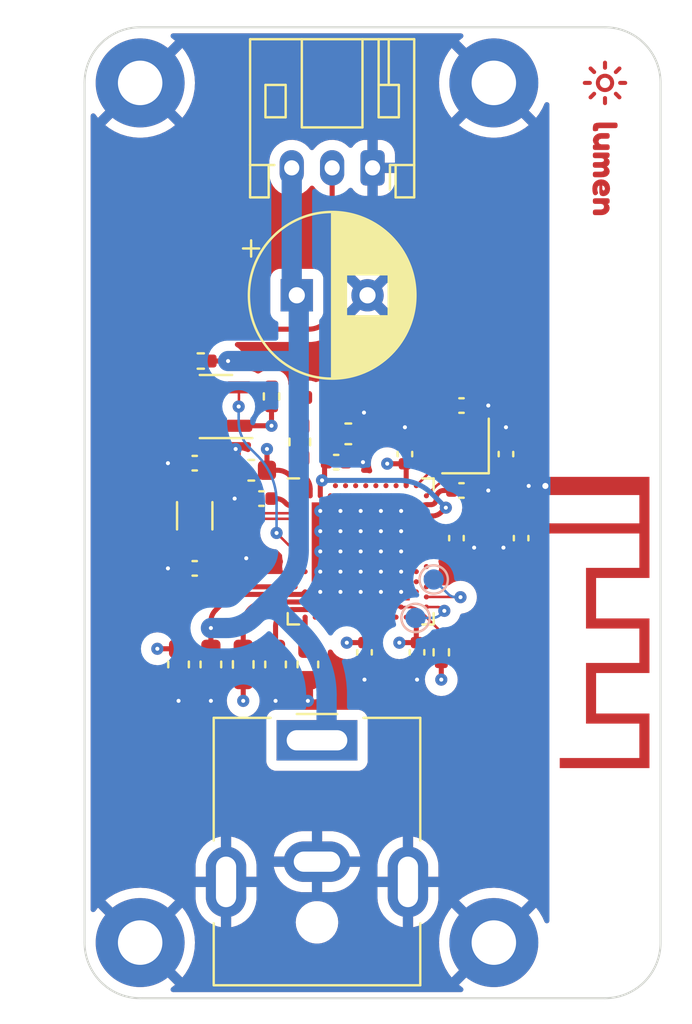
<source format=kicad_pcb>
(kicad_pcb (version 20221018) (generator pcbnew)
  (layers (0 "F.Cu" mixed) (1 "In1.Cu" power) (2 "In2.Cu" power) (31 "B.Cu" mixed) (34 "B.Paste" user) (35 "F.Paste" user) (36 "B.SilkS" user "B.Silkscreen") (37 "F.SilkS" user "F.Silkscreen") (38 "B.Mask" user) (39 "F.Mask" user) (44 "Edge.Cuts" user))
  (net 0 "")
  (net 1 "Net-(AE1-A)")
  (net 2 "GND")
  (net 3 "Net-(U1-XC1)")
  (net 4 "Net-(U1-XC2)")
  (net 5 "Net-(U1-ANT)")
  (net 6 "Net-(U1-XL1{slash}P0.00)")
  (net 7 "Net-(U1-XL2{slash}P0.01)")
  (net 8 "VBUS")
  (net 9 "VDD")
  (net 10 "+5V")
  (net 11 "Net-(L3-Pad2)")
  (net 12 "Net-(J2-Pin_2)")
  (net 52 "/NRF/~{RESET}")
  (net 53 "/NRF/DEC46")
  (net 54 "/NRF/DECUSB")
  (net 55 "/NRF/DEC1")
  (net 56 "/NRF/DEC3")
  (net 57 "/NRF/SWDIO")
  (net 58 "/NRF/SWDCLK")
  (net 59 "/NRF/DCCH")
  (net 60 "/NRF/DCC")
  (net 64 "/NRF/DOUT")
  (footprint "Inductor_SMD:L_0603_1608Metric" (layer "F.Cu") (at 147.1 94.75 -90)
    (fp_text reference "L2")
    (fp_text value "10µH")
  )
  (footprint "Resistor_SMD:R_0402_1005Metric" (layer "F.Cu") (at 148.5 81.5 90)
    (fp_text reference "R2")
    (fp_text value "10kΩ")
  )
  (footprint "Capacitor_SMD:C_0402_1005Metric" (layer "F.Cu") (at 157.65 88.505 -90)
    (fp_text reference "C5")
    (fp_text value "0.8pF")
  )
  (footprint "Crystal:Crystal_SMD_2016-4Pin_2.0x1.6mm" (layer "F.Cu") (at 158.1 83.95 90)
    (fp_text reference "Y1")
    (fp_text value "32MHz")
  )
  (footprint "Capacitor_SMD:C_0603_1608Metric" (layer "F.Cu") (at 143.9 94.75 -90)
    (fp_text reference "C9")
    (fp_text value "4.7µF")
  )
  (footprint "Capacitor_SMD:C_0603_1608Metric" (layer "F.Cu") (at 147.5 85.15 180)
    (fp_text reference "C11")
    (fp_text value "1µF")
  )
  (footprint "Capacitor_SMD:C_0603_1608Metric" (layer "F.Cu") (at 148.7 94.75 -90)
    (fp_text reference "C13")
    (fp_text value "4.7µF")
  )
  (footprint "Resistor_SMD:R_0402_1005Metric" (layer "F.Cu") (at 145 79.75 180)
    (fp_text reference "R3")
    (fp_text value "10kΩ")
  )
  (footprint "Capacitor_SMD:C_0402_1005Metric" (layer "F.Cu") (at 160.85 88.505 -90)
    (fp_text reference "C3")
    (fp_text value "0.5pF")
  )
  (footprint "Package_TO_SOT_SMD:SOT-23-3" (layer "F.Cu") (at 145.75 82 180)
    (fp_text reference "Q1")
    (fp_text value "BSS138")
  )
  (footprint "Inductor_SMD:L_0402_1005Metric" (layer "F.Cu") (at 150.7 81.55)
    (fp_text reference "L4")
    (fp_text value "15nH")
  )
  (footprint "Crystal:Crystal_SMD_3215-2Pin_3.2x1.5mm" (layer "F.Cu") (at 144.7 87.4 -90)
    (fp_text reference "Y2")
    (fp_text value "32.768kHz")
  )
  (footprint "Capacitor_SMD:C_0603_1608Metric" (layer "F.Cu") (at 150.3 94.75 -90)
    (fp_text reference "C8")
    (fp_text value "4.7µF")
  )
  (footprint "Capacitor_SMD:C_0402_1005Metric" (layer "F.Cu") (at 144.7 90 180)
    (fp_text reference "C7")
    (fp_text value "9pF")
  )
  (footprint "Inductor_SMD:L_0603_1608Metric" (layer "F.Cu") (at 149.9 83.75 90)
    (fp_text reference "L3")
    (fp_text value "10µH")
  )
  (footprint "Capacitor_SMD:C_0603_1608Metric" (layer "F.Cu") (at 152.3 83.35)
    (fp_text reference "C12")
    (fp_text value "1µF")
  )
  (footprint "Capacitor_SMD:C_0402_1005Metric" (layer "F.Cu") (at 153.1 94.15 -90)
    (fp_text reference "C19")
    (fp_text value "100nF")
  )
  (footprint "MountingHole:MountingHole_2.2mm_M2_Pad" (layer "F.Cu") (at 159.5 108.5)
    (fp_text reference "H4")
    (fp_text value "MountingHole_Pad")
  )
  (footprint "Capacitor_SMD:C_0402_1005Metric" (layer "F.Cu") (at 155.1 84.35 90)
    (fp_text reference "C17")
    (fp_text value "100nF")
  )
  (footprint "Capacitor_THT:CP_Radial_D8.0mm_P3.50mm" (layer "F.Cu") (at 149.75 76.5)
    (fp_text reference "C4")
    (fp_text value "1000µF")
  )
  (footprint "Capacitor_SMD:C_0603_1608Metric" (layer "F.Cu") (at 145.5 94.75 -90)
    (fp_text reference "C10")
    (fp_text value "4.7µF")
  )
  (footprint "kibuzzard-64861007" (layer "F.Cu") (at 141.5 87.25 -90)
    (fp_text reference "kibuzzard-64861007" hide)
    (fp_text value "G***" hide)
  )
  (footprint "Inductor_SMD:L_0402_1005Metric" (layer "F.Cu") (at 159.25 88.025 180)
    (fp_text reference "L1")
    (fp_text value "4.7nH")
  )
  (footprint "Capacitor_SMD:C_0402_1005Metric" (layer "F.Cu") (at 157.9 86.15)
    (fp_text reference "C18")
    (fp_text value "100pF")
  )
  (footprint "Package_DFN_QFN:Nordic_AQFN-73-1EP_7x7mm_P0.5mm" (layer "F.Cu") (at 152.9125 89.1625)
    (fp_text reference "U1")
    (fp_text value "nRF52840")
  )
  (footprint "kibuzzard-64860F80" (layer "F.Cu") (at 165 70.25 -90)
    (fp_text reference "kibuzzard-64860F80" hide)
    (fp_text value "G***" hide)
  )
  (footprint "Connector_BarrelJack:BarrelJack_CUI_PJ-063AH_Horizontal" (layer "F.Cu") (at 150.75 98.5)
    (fp_text reference "J1")
    (fp_text value "Barrel_Jack_MountingPin")
  )
  (footprint "Connector_JST:JST_PH_S3B-PH-K_1x03_P2.00mm_Horizontal" (layer "F.Cu") (at 153.5 70.2 180)
    (fp_text reference "J2")
    (fp_text value "Conn_01x03")
  )
  (footprint "Capacitor_SMD:C_0402_1005Metric" (layer "F.Cu") (at 151.7 84.75)
    (fp_text reference "C15")
    (fp_text value "47nF")
  )
  (footprint "MountingHole:MountingHole_2.2mm_M2_Pad" (layer "F.Cu") (at 159.5 66)
    (fp_text reference "H2")
    (fp_text value "MountingHole_Pad")
  )
  (footprint "Resistor_SMD:R_0402_1005Metric" (layer "F.Cu") (at 156.9 94.15 90)
    (fp_text reference "R1")
    (fp_text value "10kΩ")
  )
  (footprint "Capacitor_SMD:C_0402_1005Metric" (layer "F.Cu") (at 157.9 81.95 180)
    (fp_text reference "C2")
    (fp_text value "12pF")
  )
  (footprint "MountingHole:MountingHole_2.2mm_M2_Pad" (layer "F.Cu") (at 142 108.5)
    (fp_text reference "H3")
    (fp_text value "MountingHole_Pad")
  )
  (footprint "Capacitor_SMD:C_0402_1005Metric" (layer "F.Cu") (at 155.7 94.15 -90)
    (fp_text reference "C14")
    (fp_text value "100nF")
  )
  (footprint "Capacitor_SMD:C_0402_1005Metric" (layer "F.Cu") (at 148 86.55 180)
    (fp_text reference "C16")
    (fp_text value "100nF")
  )
  (footprint "RF_Antenna:Texas_SWRA117D_2.4GHz_Right" (layer "F.Cu") (at 162.05 88.025 -90)
    (fp_text reference "AE1")
    (fp_text value "Antenna_Shield")
  )
  (footprint "MountingHole:MountingHole_2.2mm_M2_Pad" (layer "F.Cu") (at 142 66)
    (fp_text reference "H1")
    (fp_text value "MountingHole_Pad")
  )
  (footprint "Capacitor_SMD:C_0402_1005Metric" (layer "F.Cu") (at 160.1 84.35 -90)
    (fp_text reference "C1")
    (fp_text value "12pF")
  )
  (footprint "Capacitor_SMD:C_0402_1005Metric" (layer "F.Cu") (at 144.7 84.8 180)
    (fp_text reference "C6")
    (fp_text value "9pF")
  )
  (footprint "TestPoint:TestPoint_Pad_D1.0mm" (layer "B.Cu") (at 155.625 92.45 180)
    (fp_text reference "TP2")
    (fp_text value "TestPoint")
  )
  (footprint "TestPoint:TestPoint_Pad_D1.0mm" (layer "B.Cu") (at 156.525 90.55 180)
    (fp_text reference "TP1")
    (fp_text value "TestPoint")
  )
  (gr_line (start 164.463389 65.463389) (end 164.286612 65.286612) (stroke (width 0.2)) (layer "F.Cu"))
  (gr_line (start 165 66.75) (end 165 67) (stroke (width 0.2)) (layer "F.Cu"))
  (gr_line (start 165.536612 66.536612) (end 165.713389 66.713389) (stroke (width 0.2)) (layer "F.Cu"))
  (gr_line (start 164.463389 66.536612) (end 164.286612 66.713389) (stroke (width 0.2)) (layer "F.Cu"))
  (gr_line (start 165.536612 65.463389) (end 165.713389 65.286612) (stroke (width 0.2)) (layer "F.Cu"))
  (gr_line (start 164.25 66) (end 164 66) (stroke (width 0.2)) (layer "F.Cu"))
  (gr_line (start 165 65.25) (end 165 65) (stroke (width 0.2)) (layer "F.Cu"))
  (gr_circle (center 165 66) (end 165.25 66.25) (stroke (width 0.2)) (fill none) (layer "F.Cu"))
  (gr_line (start 165.75 66) (end 166 66) (stroke (width 0.2)) (layer "F.Cu"))
  (gr_line (start 167.75 108.5) (end 167.75 66) (stroke (width 0.1)) (layer "Edge.Cuts"))
  (gr_arc (start 139.25 66) (mid 140.055456 64.055456) (end 142 63.25) (stroke (width 0.1)) (layer "Edge.Cuts"))
  (gr_arc (start 142 111.25) (mid 140.055456 110.444544) (end 139.25 108.5) (stroke (width 0.1)) (layer "Edge.Cuts"))
  (gr_arc (start 165 63.25) (mid 166.944544 64.055456) (end 167.75 66) (stroke (width 0.1)) (layer "Edge.Cuts"))
  (gr_line (start 142 111.25) (end 165 111.25) (stroke (width 0.1)) (layer "Edge.Cuts"))
  (gr_arc (start 167.75 108.5) (mid 166.944544 110.444544) (end 165 111.25) (stroke (width 0.1)) (layer "Edge.Cuts"))
  (gr_line (start 165 63.25) (end 142 63.25) (stroke (width 0.1)) (layer "Edge.Cuts"))
  (gr_line (start 139.25 66) (end 139.25 108.5) (stroke (width 0.1)) (layer "Edge.Cuts"))
  (segment (start 160.85 88.025) (end 159.735 88.025) (width 0.245) (layer "F.Cu") (net 1))
  (segment (start 160.85 88.025) (end 162.05 88.025) (width 0.245) (layer "F.Cu") (net 1))
  (segment (start 159.225 81.95) (end 158.38 81.95) (width 0.25) (layer "F.Cu") (net 2))
  (segment (start 153.075 82.3) (end 153.075 83.35) (width 0.25) (layer "F.Cu") (net 2))
  (segment (start 161.225 85.925) (end 162.05 85.925) (width 0.25) (layer "F.Cu") (net 2))
  (segment (start 143.375 90) (end 144.22 90) (width 0.25) (layer "F.Cu") (net 2))
  (segment (start 159.225 86.15) (end 158.38 86.15) (width 0.25) (layer "F.Cu") (net 2))
  (segment (start 153.025 84.75) (end 152.18 84.75) (width 0.25) (layer "F.Cu") (net 2))
  (segment (start 155.0375 87.6625) (end 155.6625 87.6625) (width 0.25) (layer "F.Cu") (net 2))
  (segment (start 146.725 84.1) (end 146.725 85.15) (width 0.25) (layer "F.Cu") (net 2))
  (segment (start 150.3 96.55) (end 150.3 95.525) (width 0.25) (layer "F.Cu") (net 2))
  (segment (start 155.1 83.025) (end 155.1 83.87) (width 0.25) (layer "F.Cu") (net 2))
  (segment (start 157.55 84.525) (end 157.55 84.65) (width 0.25) (layer "F.Cu") (net 2))
  (segment (start 160.1 83.025) (end 160.1 83.87) (width 0.25) (layer "F.Cu") (net 2))
  (segment (start 152.9125 89.1625) (end 153.970558 88.104441) (width 0.25) (layer "F.Cu") (net 2))
  (segment (start 153.1 95.5) (end 153.1 94.63) (width 0.25) (layer "F.Cu") (net 2))
  (segment (start 158.561611 83.588388) (end 158.27071 83.879289) (width 0.25) (layer "F.Cu") (net 2))
  (segment (start 148.7 96.55) (end 148.7 95.525) (width 0.25) (layer "F.Cu") (net 2))
  (segment (start 160.1 83.025) (end 159.034099 83.025) (width 0.25) (layer "F.Cu") (net 2))
  (segment (start 143.9 96.55) (end 143.9 95.525) (width 0.25) (layer "F.Cu") (net 2))
  (segment (start 151.4125 87.0375) (end 151.4125 86.4125) (width 0.25) (layer "F.Cu") (net 2))
  (segment (start 159.975 88.975) (end 159.98 88.98) (width 0.25) (layer "F.Cu") (net 2))
  (segment (start 152.9125 89.1625) (end 151.854441 88.104441) (width 0.25) (layer "F.Cu") (net 2))
  (segment (start 143.375 84.8) (end 144.22 84.8) (width 0.25) (layer "F.Cu") (net 2))
  (segment (start 155.7 95.5) (end 155.7 94.63) (width 0.25) (layer "F.Cu") (net 2))
  (segment (start 158.525 88.975) (end 158.52 88.98) (width 0.25) (layer "F.Cu") (net 2))
  (segment (start 157.929289 84.02071) (end 157.638388 84.311611) (width 0.25) (layer "F.Cu") (net 2))
  (segment (start 158.738388 83.161611) (end 158.7625 83.1375) (width 0.25) (layer "F.Cu") (net 2))
  (segment (start 145.5 96.55) (end 145.5 95.525) (width 0.25) (layer "F.Cu") (net 2))
  (segment (start 158.507928 88.985) (end 157.65 88.985) (width 0.25) (layer "F.Cu") (net 2))
  (segment (start 146.675 86.55) (end 147.52 86.55) (width 0.25) (layer "F.Cu") (net 2))
  (segment (start 159.992071 88.985) (end 160.85 88.985) (width 0.25) (layer "F.Cu") (net 2))
  (via (at 161.225 85.925) (size 0.6) (drill 0.2) (layers "F.Cu" "B.Cu") (net 2))
  (via (at 150.9125 89.1625) (size 0.6) (drill 0.2) (layers "F.Cu" "B.Cu") (net 2))
  (via (at 153.9125 91.1625) (size 0.6) (drill 0.2) (layers "F.Cu" "B.Cu") (net 2))
  (via (at 153.1 95.5) (size 0.6) (drill 0.2) (layers "F.Cu" "B.Cu") (net 2))
  (via (at 154.9125 87.1625) (size 0.6) (drill 0.2) (layers "F.Cu" "B.Cu") (net 2))
  (via (at 151.9125 89.1625) (size 0.6) (drill 0.2) (layers "F.Cu" "B.Cu") (net 2))
  (via (at 160.1 83.025) (size 0.6) (drill 0.2) (layers "F.Cu" "B.Cu") (net 2))
  (via (at 154.9125 90.1625) (size 0.6) (drill 0.2) (layers "F.Cu" "B.Cu") (net 2))
  (via (at 153.9125 90.1625) (size 0.6) (drill 0.2) (layers "F.Cu" "B.Cu") (net 2))
  (via (at 150.9125 87.1625) (size 0.6) (drill 0.2) (layers "F.Cu" "B.Cu") (net 2))
  (via (at 155.1 83.025) (size 0.6) (drill 0.2) (layers "F.Cu" "B.Cu") (net 2))
  (via (at 153.9125 89.1625) (size 0.6) (drill 0.2) (layers "F.Cu" "B.Cu") (net 2))
  (via (at 153.025 84.75) (size 0.6) (drill 0.2) (layers "F.Cu" "B.Cu") (net 2))
  (via (at 151.9125 91.1625) (size 0.6) (drill 0.2) (layers "F.Cu" "B.Cu") (net 2))
  (via (at 153.9125 87.1625) (size 0.6) (drill 0.2) (layers "F.Cu" "B.Cu") (net 2))
  (via (at 143.375 84.8) (size 0.6) (drill 0.2) (layers "F.Cu" "B.Cu") (net 2))
  (via (at 154.9125 89.1625) (size 0.6) (drill 0.2) (layers "F.Cu" "B.Cu") (net 2))
  (via (at 152.9125 87.1625) (size 0.6) (drill 0.2) (layers "F.Cu" "B.Cu") (net 2))
  (via (at 159.225 86.15) (size 0.6) (drill 0.2) (layers "F.Cu" "B.Cu") (net 2))
  (via (at 153.075 82.3) (size 0.6) (drill 0.2) (layers "F.Cu" "B.Cu") (net 2))
  (via (at 151.9125 88.1625) (size 0.6) (drill 0.2) (layers "F.Cu" "B.Cu") (net 2))
  (via (at 151.9125 87.1625) (size 0.6) (drill 0.2) (layers "F.Cu" "B.Cu") (net 2))
  (via (at 146.675 86.55) (size 0.6) (drill 0.2) (layers "F.Cu" "B.Cu") (net 2))
  (via (at 146.725 84.1) (size 0.6) (drill 0.2) (layers "F.Cu" "B.Cu") (net 2))
  (via (at 150.3 96.55) (size 0.6) (drill 0.2) (layers "F.Cu" "B.Cu") (net 2))
  (via (at 150.9125 91.1625) (size 0.6) (drill 0.2) (layers "F.Cu" "B.Cu") (net 2))
  (via (at 148.7 96.55) (size 0.6) (drill 0.2) (layers "F.Cu" "B.Cu") (net 2))
  (via (at 158.525 88.975) (size 0.6) (drill 0.2) (layers "F.Cu" "B.Cu") (net 2))
  (via (at 151.9125 90.1625) (size 0.6) (drill 0.2) (layers "F.Cu" "B.Cu") (net 2))
  (via (at 152.9125 88.1625) (size 0.6) (drill 0.2) (layers "F.Cu" "B.Cu") (net 2))
  (via (at 147.25 89.5) (size 0.6) (drill 0.2) (layers "F.Cu" "B.Cu") (net 2))
  (via (at 150.9125 90.1625) (size 0.6) (drill 0.2) (layers "F.Cu" "B.Cu") (net 2))
  (via (at 155.7 95.5) (size 0.6) (drill 0.2) (layers "F.Cu" "B.Cu") (net 2))
  (via (at 159.975 88.975) (size 0.6) (drill 0.2) (layers "F.Cu" "B.Cu") (net 2))
  (via (at 154.9125 91.1625) (size 0.6) (drill 0.2) (layers "F.Cu" "B.Cu") (net 2))
  (via (at 153.9125 88.1625) (size 0.6) (drill 0.2) (layers "F.Cu" "B.Cu") (net 2))
  (via (at 150.9125 88.1625) (size 0.6) (drill 0.2) (layers "F.Cu" "B.Cu") (net 2))
  (via (at 152.9125 90.1625) (size 0.6) (drill 0.2) (layers "F.Cu" "B.Cu") (net 2))
  (via (at 152.9125 91.1625) (size 0.6) (drill 0.2) (layers "F.Cu" "B.Cu") (net 2))
  (via (at 159.225 81.95) (size 0.6) (drill 0.2) (layers "F.Cu" "B.Cu") (net 2))
  (via (at 152.9125 89.1625) (size 0.6) (drill 0.2) (layers "F.Cu" "B.Cu") (net 2))
  (via (at 143.9 96.55) (size 0.6) (drill 0.2) (layers "F.Cu" "B.Cu") (net 2))
  (via (at 154.9125 88.1625) (size 0.6) (drill 0.2) (layers "F.Cu" "B.Cu") (net 2))
  (via (at 143.375 90) (size 0.6) (drill 0.2) (layers "F.Cu" "B.Cu") (net 2))
  (via (at 145.5 96.55) (size 0.6) (drill 0.2) (layers "F.Cu" "B.Cu") (net 2))
  (arc (start 158.52 88.98) (mid 158.514461 88.9837) (end 158.507928 88.985) (width 0.25) (layer "F.Cu") (net 2))
  (arc (start 155.0375 87.6625) (mid 154.460075 87.777356) (end 153.970558 88.104441) (width 0.25) (layer "F.Cu") (net 2))
  (arc (start 158.1 83.95) (mid 158.007611 83.968376) (end 157.929289 84.02071) (width 0.25) (layer "F.Cu") (net 2))
  (arc (start 158.738388 83.161611) (mid 158.672971 83.259514) (end 158.65 83.375) (width 0.25) (layer "F.Cu") (net 2))
  (arc (start 151.4125 87.0375) (mid 151.527356 87.614924) (end 151.854441 88.104441) (width 0.25) (layer "F.Cu") (net 2))
  (arc (start 158.27071 83.879289) (mid 158.192387 83.931622) (end 158.1 83.95) (width 0.25) (layer "F.Cu") (net 2))
  (arc (start 158.65 83.375) (mid 158.627028 83.490484) (end 158.561611 83.588388) (width 0.25) (layer "F.Cu") (net 2))
  (arc (start 157.638388 84.311611) (mid 157.572971 84.409514) (end 157.55 84.525) (width 0.25) (layer "F.Cu") (net 2))
  (arc (start 159.98 88.98) (mid 159.985538 88.9837) (end 159.992071 88.985) (width 0.25) (layer "F.Cu") (net 2))
  (arc (start 159.034099 83.025) (mid 158.88711 83.054237) (end 158.7625 83.1375) (width 0.25) (layer "F.Cu") (net 2))
  (segment (start 158.65 84.777279) (end 158.65 85.037867) (width 0.125) (layer "F.Cu") (net 3))
  (segment (start 158.957279 84.83) (end 160.1 84.83) (width 0.125) (layer "F.Cu") (net 3))
  (segment (start 158.137867 85.55) (end 157.634879 85.55) (width 0.125) (layer "F.Cu") (net 3))
  (segment (start 156.59375 85.98125) (end 156.1625 86.4125) (width 0.125) (layer "F.Cu") (net 3))
  (arc (start 158.5 85.4) (mid 158.333852 85.511016) (end 158.137867 85.55) (width 0.125) (layer "F.Cu") (net 3))
  (arc (start 158.65 85.037867) (mid 158.611016 85.233852) (end 158.5 85.4) (width 0.125) (layer "F.Cu") (net 3))
  (arc (start 158.74 84.74) (mid 158.839688 84.806609) (end 158.957279 84.83) (width 0.125) (layer "F.Cu") (net 3))
  (arc (start 158.74 84.74) (mid 158.682545 84.728571) (end 158.65 84.777279) (width 0.125) (layer "F.Cu") (net 3))
  (arc (start 157.634879 85.55) (mid 157.071424 85.662078) (end 156.59375 85.98125) (width 0.125) (layer "F.Cu") (net 3))
  (segment (start 156.6 84.3125) (end 156.6 83.932842) (width 0.125) (layer "F.Cu") (net 4))
  (segment (start 156.805545 83.444454) (end 156.8 83.45) (width 0.125) (layer "F.Cu") (net 4))
  (segment (start 157.42 83.028076) (end 157.42 81.95) (width 0.125) (layer "F.Cu") (net 4))
  (segment (start 156.131541 85.443458) (end 155.6625 85.9125) (width 0.125) (layer "F.Cu") (net 4))
  (segment (start 157.275 83.25) (end 157.458076 83.25) (width 0.125) (layer "F.Cu") (net 4))
  (arc (start 157.42 83.028076) (mid 157.436892 83.113002) (end 157.485 83.185) (width 0.125) (layer "F.Cu") (net 4))
  (arc (start 156.6 84.3125) (mid 156.478251 84.92457) (end 156.131541 85.443458) (width 0.125) (layer "F.Cu") (net 4))
  (arc (start 156.8 83.45) (mid 156.651978 83.671529) (end 156.6 83.932842) (width 0.125) (layer "F.Cu") (net 4))
  (arc (start 157.485 83.185) (mid 157.493253 83.226494) (end 157.458076 83.25) (width 0.125) (layer "F.Cu") (net 4))
  (arc (start 157.275 83.25) (mid 157.020932 83.300536) (end 156.805545 83.444454) (width 0.125) (layer "F.Cu") (net 4))
  (segment (start 155.897227 88.025) (end 157.65 88.025) (width 0.245) (layer "F.Cu") (net 5))
  (segment (start 157.65 88.025) (end 158.765 88.025) (width 0.245) (layer "F.Cu") (net 5))
  (segment (start 155.73125 88.09375) (end 155.6625 88.1625) (width 0.245) (layer "F.Cu") (net 5))
  (arc (start 155.897227 88.025) (mid 155.8074 88.042867) (end 155.73125 88.09375) (width 0.245) (layer "F.Cu") (net 5))
  (segment (start 144.7 86.4875) (end 144.7 86.506801) (width 0.125) (layer "F.Cu") (net 6))
  (segment (start 150.10625 87.21875) (end 150.1625 87.1625) (width 0.125) (layer "F.Cu") (net 6))
  (segment (start 145.18 85.330588) (end 145.18 84.8) (width 0.125) (layer "F.Cu") (net 6))
  (segment (start 144.938648 85.911351) (end 144.94 85.91) (width 0.125) (layer "F.Cu") (net 6))
  (segment (start 145.468198 87.275) (end 149.97045 87.275) (width 0.125) (layer "F.Cu") (net 6))
  (arc (start 144.938648 85.911351) (mid 144.762022 86.17569) (end 144.7 86.4875) (width 0.125) (layer "F.Cu") (net 6))
  (arc (start 145.18 85.330588) (mid 145.117626 85.644163) (end 144.94 85.91) (width 0.125) (layer "F.Cu") (net 6))
  (arc (start 144.7 86.506801) (mid 144.758475 86.800778) (end 144.925 87.05) (width 0.125) (layer "F.Cu") (net 6))
  (arc (start 144.925 87.05) (mid 145.174221 87.216524) (end 145.468198 87.275) (width 0.125) (layer "F.Cu") (net 6))
  (arc (start 150.10625 87.21875) (mid 150.043944 87.260381) (end 149.97045 87.275) (width 0.125) (layer "F.Cu") (net 6))
  (segment (start 145.462132 87.55) (end 149.97045 87.55) (width 0.125) (layer "F.Cu") (net 7))
  (segment (start 144.94 88.89) (end 144.931065 88.881065) (width 0.125) (layer "F.Cu") (net 7))
  (segment (start 150.10625 87.60625) (end 150.1625 87.6625) (width 0.125) (layer "F.Cu") (net 7))
  (segment (start 144.7 88.312132) (end 144.7 88.323223) (width 0.125) (layer "F.Cu") (net 7))
  (segment (start 145.18 89.469411) (end 145.18 90) (width 0.125) (layer "F.Cu") (net 7))
  (arc (start 144.923223 87.773223) (mid 144.758013 88.020476) (end 144.7 88.312132) (width 0.125) (layer "F.Cu") (net 7))
  (arc (start 144.94 88.89) (mid 145.117626 89.155836) (end 145.18 89.469411) (width 0.125) (layer "F.Cu") (net 7))
  (arc (start 144.7 88.323223) (mid 144.760051 88.625125) (end 144.931065 88.881065) (width 0.125) (layer "F.Cu") (net 7))
  (arc (start 145.462132 87.55) (mid 145.170476 87.608013) (end 144.923223 87.773223) (width 0.125) (layer "F.Cu") (net 7))
  (arc (start 150.10625 87.60625) (mid 150.043944 87.564618) (end 149.97045 87.55) (width 0.125) (layer "F.Cu") (net 7))
  (segment (start 150.1625 93.740272) (end 150.1625 92.4125) (width 0.25) (layer "F.Cu") (net 8))
  (segment (start 150.23125 93.90625) (end 150.3 93.975) (width 0.25) (layer "F.Cu") (net 8))
  (arc (start 150.1625 93.740272) (mid 150.180367 93.830098) (end 150.23125 93.90625) (width 0.25) (layer "F.Cu") (net 8))
  (segment (start 148.5 82.95) (end 148.5 82.01) (width 0.25) (layer "F.Cu") (net 9))
  (segment (start 148.787607 85.15) (end 148.275 85.15) (width 0.25) (layer "F.Cu") (net 9))
  (segment (start 148.275 84.1) (end 148.275 85.15) (width 0.25) (layer "F.Cu") (net 9))
  (segment (start 155.6625 93.605983) (end 155.6625 92.4125) (width 0.25) (layer "F.Cu") (net 9))
  (segment (start 153.1625 93.563305) (end 153.1625 92.4125) (width 0.25) (layer "F.Cu") (net 9))
  (segment (start 148.5 82.95) (end 146.8875 82.95) (width 0.25) (layer "F.Cu") (net 9))
  (segment (start 143.9 93.1875) (end 143.9 93.975) (width 0.25) (layer "F.Cu") (net 9))
  (segment (start 142.85 93.975) (end 143.9 93.975) (width 0.25) (layer "F.Cu") (net 9))
  (segment (start 154.825 93.675) (end 154.8275 93.6725) (width 0.25) (layer "F.Cu") (net 9))
  (segment (start 147.1 96.55) (end 147.1 95.5375) (width 0.25) (layer "F.Cu") (net 9))
  (segment (start 155.673483 93.67) (end 154.833535 93.67) (width 0.25) (layer "F.Cu") (net 9))
  (segment (start 154.2275 84.8275) (end 154.225 84.825) (width 0.25) (layer "F.Cu") (net 9))
  (segment (start 155.1625 84.936694) (end 155.1625 85.9125) (width 0.25) (layer "F.Cu") (net 9))
  (segment (start 153.055805 93.67) (end 152.233535 93.67) (width 0.25) (layer "F.Cu") (net 9))
  (segment (start 154.233535 84.83) (end 155.055805 84.83) (width 0.25) (layer "F.Cu") (net 9))
  (segment (start 156.9 95.5) (end 156.9 94.66) (width 0.25) (layer "F.Cu") (net 9))
  (segment (start 149.6625 86.024892) (end 149.6625 86.4125) (width 0.25) (layer "F.Cu") (net 9))
  (segment (start 146.439321 90.9125) (end 149.6625 90.9125) (width 0.25) (layer "F.Cu") (net 9))
  (segment (start 144.456846 91.843153) (end 144.64375 91.65625) (width 0.25) (layer "F.Cu") (net 9))
  (segment (start 152.225 93.675) (end 152.2275 93.6725) (width 0.25) (layer "F.Cu") (net 9))
  (via (at 152.225 93.675) (size 0.6) (drill 0.2) (layers "F.Cu" "B.Cu") (net 9))
  (via (at 154.825 93.675) (size 0.6) (drill 0.2) (layers "F.Cu" "B.Cu") (net 9))
  (via (at 156.9 95.5) (size 0.6) (drill 0.2) (layers "F.Cu" "B.Cu") (net 9))
  (via (at 154.225 84.825) (size 0.6) (drill 0.2) (layers "F.Cu" "B.Cu") (net 9))
  (via (at 148.5 82.95) (size 0.6) (drill 0.2) (layers "F.Cu" "B.Cu") (net 9))
  (via (at 147.1 96.55) (size 0.6) (drill 0.2) (layers "F.Cu" "B.Cu") (net 9))
  (via (at 142.85 93.975) (size 0.6) (drill 0.2) (layers "F.Cu" "B.Cu") (net 9))
  (via (at 148.275 84.1) (size 0.6) (drill 0.2) (layers "F.Cu" "B.Cu") (net 9))
  (arc (start 153.13125 93.63875) (mid 153.096635 93.661878) (end 153.055805 93.67) (width 0.25) (layer "F.Cu") (net 9))
  (arc (start 144.456846 91.843153) (mid 144.044719 92.459944) (end 143.9 93.1875) (width 0.25) (layer "F.Cu") (net 9))
  (arc (start 155.13125 84.86125) (mid 155.154378 84.895864) (end 155.1625 84.936694) (width 0.25) (layer "F.Cu") (net 9))
  (arc (start 155.13125 84.86125) (mid 155.096635 84.838121) (end 155.055805 84.83) (width 0.25) (layer "F.Cu") (net 9))
  (arc (start 155.6625 93.605983) (mid 155.667372 93.630481) (end 155.68125 93.65125) (width 0.25) (layer "F.Cu") (net 9))
  (arc (start 146.439321 90.9125) (mid 145.467565 91.105794) (end 144.64375 91.65625) (width 0.25) (layer "F.Cu") (net 9))
  (arc (start 152.233535 93.67) (mid 152.230268 93.670649) (end 152.2275 93.6725) (width 0.25) (layer "F.Cu") (net 9))
  (arc (start 154.833535 93.67) (mid 154.830268 93.670649) (end 154.8275 93.6725) (width 0.25) (layer "F.Cu") (net 9))
  (arc (start 154.2275 84.8275) (mid 154.230268 84.82935) (end 154.233535 84.83) (width 0.25) (layer "F.Cu") (net 9))
  (arc (start 149.40625 85.40625) (mid 149.122414 85.216597) (end 148.787607 85.15) (width 0.25) (layer "F.Cu") (net 9))
  (arc (start 153.1625 93.563305) (mid 153.154378 93.604135) (end 153.13125 93.63875) (width 0.25) (layer "F.Cu") (net 9))
  (arc (start 155.68125 93.65125) (mid 155.68363 93.663219) (end 155.673483 93.67) (width 0.25) (layer "F.Cu") (net 9))
  (arc (start 149.40625 85.40625) (mid 149.595902 85.690085) (end 149.6625 86.024892) (width 0.25) (layer "F.Cu") (net 9))
  (segment (start 150.1 91.225) (end 150.1625 91.1625) (width 0.25) (layer "F.Cu") (net 10))
  (segment (start 149.949111 91.2875) (end 147.228445 91.2875) (width 0.25) (layer "F.Cu") (net 10))
  (segment (start 145.5 92.95) (end 145.5 92.625) (width 0.25) (layer "F.Cu") (net 10))
  (segment (start 145.729809 92.07019) (end 146.00625 91.79375) (width 0.25) (layer "F.Cu") (net 10))
  (segment (start 146.35 79.75) (end 145.51 79.75) (width 0.25) (layer "F.Cu") (net 10))
  (segment (start 145.5 92.95) (end 145.5 93.975) (width 0.25) (layer "F.Cu") (net 10))
  (via (at 146.35 79.75) (size 0.6) (drill 0.2) (layers "F.Cu" "B.Cu") (net 10))
  (via (at 145.5 92.95) (size 0.6) (drill 0.2) (layers "F.Cu" "B.Cu") (net 10))
  (arc (start 147.228445 91.2875) (mid 146.566997 91.41907) (end 146.00625 91.79375) (width 0.25) (layer "F.Cu") (net 10))
  (arc (start 150.1 91.225) (mid 150.030771 91.271256) (end 149.949111 91.2875) (width 0.25) (layer "F.Cu") (net 10))
  (arc (start 145.729809 92.07019) (mid 145.559725 92.324739) (end 145.5 92.625) (width 0.25) (layer "F.Cu") (net 10))
  (segment (start 149.701325 76.451325) (end 149.798674 76.548674) (width 1) (layer "B.Cu") (net 10))
  (segment (start 149.5 76.073223) (end 149.5 70.2) (width 1) (layer "B.Cu") (net 10))
  (segment (start 149.847349 89.111543) (end 149.847349 79.754525) (width 1) (layer "B.Cu") (net 10))
  (segment (start 146.35 79.75) (end 146.352651 79.752651) (width 0.25) (layer "B.Cu") (net 10))
  (segment (start 149.111174 90.888825) (end 149.0375 90.9625) (width 1) (layer "B.Cu") (net 10))
  (segment (start 149.847349 76.666185) (end 149.847349 79.750776) (width 1) (layer "B.Cu") (net 10))
  (segment (start 149.842823 79.75) (end 146.35 79.75) (width 1) (layer "B.Cu") (net 10))
  (segment (start 149.701325 76.451325) (end 149.625 76.375) (width 1) (layer "B.Cu") (net 10))
  (segment (start 147.7125 92.2875) (end 149.0375 90.9625) (width 1) (layer "B.Cu") (net 10))
  (segment (start 149.969885 93.219885) (end 149.0375 92.2875) (width 1) (layer "B.Cu") (net 10))
  (segment (start 151.225 96.25) (end 151.225 97.689124) (width 1) (layer "B.Cu") (net 10))
  (segment (start 146.275 92.95) (end 145.5 92.95) (width 1) (layer "B.Cu") (net 10))
  (segment (start 150.9875 98.2625) (end 150.75 98.5) (width 1) (layer "B.Cu") (net 10))
  (segment (start 149.847349 79.750776) (end 149.847349 79.754525) (width 1) (layer "B.Cu") (net 10))
  (segment (start 147.598007 92.401992) (end 147.7125 92.2875) (width 1) (layer "B.Cu") (net 10))
  (arc (start 151.225 97.689124) (mid 151.163275 97.999432) (end 150.9875 98.2625) (width 1) (layer "B.Cu") (net 10))
  (arc (start 149.846023 79.751325) (mid 149.846869 79.751493) (end 149.847349 79.750776) (width 1) (layer "B.Cu") (net 10))
  (arc (start 149.969885 93.219885) (mid 150.898806 94.610113) (end 151.225 96.25) (width 1) (layer "B.Cu") (net 10))
  (arc (start 149.798674 76.548674) (mid 149.834698 76.602588) (end 149.847349 76.666185) (width 1) (layer "B.Cu") (net 10))
  (arc (start 149.0375 90.9625) (mid 148.763083 91.625) (end 149.0375 92.2875) (width 1) (layer "B.Cu") (net 10))
  (arc (start 149.847349 89.111543) (mid 149.656023 90.073401) (end 149.111174 90.888825) (width 1) (layer "B.Cu") (net 10))
  (arc (start 149.846023 79.751325) (mid 149.844555 79.750344) (end 149.842823 79.75) (width 1) (layer "B.Cu") (net 10))
  (arc (start 149.0375 92.2875) (mid 148.375 92.013083) (end 147.7125 92.2875) (width 1) (layer "B.Cu") (net 10))
  (arc (start 149.847349 79.754525) (mid 149.847004 79.752793) (end 149.846023 79.751325) (width 1) (layer "B.Cu") (net 10))
  (arc (start 147.598007 92.401992) (mid 146.991006 92.807577) (end 146.275 92.95) (width 1) (layer "B.Cu") (net 10))
  (arc (start 149.5 76.073223) (mid 149.532486 76.236543) (end 149.625 76.375) (width 1) (layer "B.Cu") (net 10))
  (segment (start 150.025 82.8375) (end 149.9 82.9625) (width 0.25) (layer "F.Cu") (net 11))
  (segment (start 150.15 81.660961) (end 150.15 82.535723) (width 0.25) (layer "F.Cu") (net 11))
  (segment (start 150.1825 81.5825) (end 150.215 81.55) (width 0.25) (layer "F.Cu") (net 11))
  (arc (start 150.15 82.535723) (mid 150.117513 82.699043) (end 150.025 82.8375) (width 0.25) (layer "F.Cu") (net 11))
  (arc (start 150.1825 81.5825) (mid 150.158446 81.618498) (end 150.15 81.660961) (width 0.25) (layer "F.Cu") (net 11))
  (segment (start 144.55125 81.93875) (end 144.6125 82) (width 0.25) (layer "F.Cu") (net 12))
  (segment (start 144.844999 78.529999) (end 144.795823 78.579176) (width 0.25) (layer "F.Cu") (net 12))
  (segment (start 144.49 79.75) (end 144.49 81.790879) (width 0.25) (layer "F.Cu") (net 12))
  (segment (start 145.702045 78.175) (end 150.347702 78.175) (width 0.25) (layer "F.Cu") (net 12))
  (segment (start 151.5 77.022702) (end 151.5 70.2) (width 0.25) (layer "F.Cu") (net 12))
  (segment (start 144.49 79.75) (end 144.49 79.3175) (width 0.25) (layer "F.Cu") (net 12))
  (arc (start 151.5 77.022702) (mid 151.412286 77.463667) (end 151.1625 77.8375) (width 0.25) (layer "F.Cu") (net 12))
  (arc (start 151.1625 77.8375) (mid 150.788667 78.087286) (end 150.347702 78.175) (width 0.25) (layer "F.Cu") (net 12))
  (arc (start 145.702045 78.175) (mid 145.238215 78.267261) (end 144.844999 78.529999) (width 0.25) (layer "F.Cu") (net 12))
  (arc (start 144.795823 78.579176) (mid 144.56948 78.917922) (end 144.49 79.3175) (width 0.25) (layer "F.Cu") (net 12))
  (arc (start 144.49 81.790879) (mid 144.505918 81.870906) (end 144.55125 81.93875) (width 0.25) (layer "F.Cu") (net 12))
  (segment (start 153.9125 91.9125) (end 154.4125 91.9125) (width 0.125) (layer "F.Cu") (net 52))
  (segment (start 155.927665 92.177665) (end 156.726758 92.976758) (width 0.125) (layer "F.Cu") (net 52))
  (segment (start 155.2875 91.9125) (end 154.9125 91.9125) (width 0.125) (layer "F.Cu") (net 52))
  (segment (start 156.9 93.395) (end 156.9 93.64) (width 0.125) (layer "F.Cu") (net 52))
  (segment (start 153.4125 91.9125) (end 152.9125 91.9125) (width 0.125) (layer "F.Cu") (net 52))
  (segment (start 153.9125 91.9125) (end 153.4125 91.9125) (width 0.125) (layer "F.Cu") (net 52))
  (segment (start 154.9125 91.9125) (end 154.4125 91.9125) (width 0.125) (layer "F.Cu") (net 52))
  (arc (start 155.927665 92.177665) (mid 155.633954 91.981414) (end 155.2875 91.9125) (width 0.125) (layer "F.Cu") (net 52))
  (arc (start 156.726758 92.976758) (mid 156.854975 93.168649) (end 156.9 93.395) (width 0.125) (layer "F.Cu") (net 52))
  (segment (start 151.26 84.71) (end 151.18 84.79) (width 0.25) (layer "F.Cu") (net 53))
  (segment (start 151.3 83.734099) (end 151.3 84.613431) (width 0.25) (layer "F.Cu") (net 53))
  (segment (start 151.23 81.595) (end 151.185 81.55) (width 0.25) (layer "F.Cu") (net 53))
  (segment (start 156.906954 87.218045) (end 157.125 87) (width 0.25) (layer "F.Cu") (net 53))
  (segment (start 151.275 82.923223) (end 151.275 81.703639) (width 0.25) (layer "F.Cu") (net 53))
  (segment (start 151.4125 83.2375) (end 151.4 83.225) (width 0.25) (layer "F.Cu") (net 53))
  (segment (start 150.9125 85.799371) (end 150.9125 86.4125) (width 0.25) (layer "F.Cu") (net 53))
  (segment (start 151.125 85.436611) (end 151.125 84.912175) (width 0.25) (layer "F.Cu") (net 53))
  (segment (start 151.0625 85.5875) (end 151 85.65) (width 0.25) (layer "F.Cu") (net 53))
  (segment (start 156.4375 87.4125) (end 156.1625 87.4125) (width 0.25) (layer "F.Cu") (net 53))
  (segment (start 150.95625 85.69375) (end 151 85.65) (width 0.25) (layer "F.Cu") (net 53))
  (segment (start 151.18 84.79) (end 151.1725 84.7975) (width 0.25) (layer "F.Cu") (net 53))
  (via (at 157.125 87) (size 0.6) (drill 0.2) (layers "F.Cu" "B.Cu") (net 53))
  (via (at 151 85.65) (size 0.6) (drill 0.2) (layers "F.Cu" "B.Cu") (net 53))
  (arc (start 156.906954 87.218045) (mid 156.691566 87.361962) (end 156.4375 87.4125) (width 0.25) (layer "F.Cu") (net 53))
  (arc (start 151.1725 84.7975) (mid 151.137344 84.850113) (end 151.125 84.912175) (width 0.25) (layer "F.Cu") (net 53))
  (arc (start 151.4125 83.2375) (mid 151.459099 83.35) (end 151.4125 83.4625) (width 0.25) (layer "F.Cu") (net 53))
  (arc (start 151.4125 83.4625) (mid 151.329237 83.58711) (end 151.3 83.734099) (width 0.25) (layer "F.Cu") (net 53))
  (arc (start 151.3 84.613431) (mid 151.289604 84.665693) (end 151.26 84.71) (width 0.25) (layer "F.Cu") (net 53))
  (arc (start 151.23 81.595) (mid 151.263304 81.644844) (end 151.275 81.703639) (width 0.25) (layer "F.Cu") (net 53))
  (arc (start 151.275 82.923223) (mid 151.307486 83.086543) (end 151.4 83.225) (width 0.25) (layer "F.Cu") (net 53))
  (arc (start 150.95625 85.69375) (mid 150.92387 85.742209) (end 150.9125 85.799371) (width 0.25) (layer "F.Cu") (net 53))
  (arc (start 151.125 85.436611) (mid 151.108756 85.518271) (end 151.0625 85.5875) (width 0.25) (layer "F.Cu") (net 53))
  (segment (start 156.45 86.325) (end 157.125 87) (width 0.25) (layer "B.Cu") (net 53))
  (segment (start 151 85.65) (end 154.820405 85.65) (width 0.25) (layer "B.Cu") (net 53))
  (arc (start 156.45 86.325) (mid 155.702335 85.825426) (end 154.820405 85.65) (width 0.25) (layer "B.Cu") (net 53))
  (segment (start 148.7 92.869714) (end 148.7 93.975) (width 0.25) (layer "F.Cu") (net 54))
  (segment (start 150.85 91.975) (end 150.9125 91.9125) (width 0.25) (layer "F.Cu") (net 54))
  (segment (start 150.699111 92.0375) (end 149.532214 92.0375) (width 0.25) (layer "F.Cu") (net 54))
  (arc (start 150.85 91.975) (mid 150.780771 92.021256) (end 150.699111 92.0375) (width 0.25) (layer "F.Cu") (net 54))
  (arc (start 149.532214 92.0375) (mid 149.213739 92.100848) (end 148.94375 92.28125) (width 0.25) (layer "F.Cu") (net 54))
  (arc (start 148.94375 92.28125) (mid 148.763348 92.551239) (end 148.7 92.869714) (width 0.25) (layer "F.Cu") (net 54))
  (segment (start 148.7275 86.55) (end 148.48 86.55) (width 0.25) (layer "F.Cu") (net 55))
  (segment (start 149.150008 86.725008) (end 149.222595 86.797595) (width 0.25) (layer "F.Cu") (net 55))
  (segment (start 149.5 86.9125) (end 149.6625 86.9125) (width 0.25) (layer "F.Cu") (net 55))
  (arc (start 149.150008 86.725008) (mid 148.956159 86.595483) (end 148.7275 86.55) (width 0.25) (layer "F.Cu") (net 55))
  (arc (start 149.222595 86.797595) (mid 149.349869 86.882637) (end 149.5 86.9125) (width 0.25) (layer "F.Cu") (net 55))
  (segment (start 155.81875 87.00625) (end 155.6625 87.1625) (width 0.25) (layer "F.Cu") (net 56))
  (segment (start 157.020343 86.15) (end 157.42 86.15) (width 0.25) (layer "F.Cu") (net 56))
  (segment (start 156.65 86.593933) (end 156.65 86.520343) (width 0.25) (layer "F.Cu") (net 56))
  (segment (start 156.19597 86.85) (end 156.393933 86.85) (width 0.25) (layer "F.Cu") (net 56))
  (arc (start 156.19597 86.85) (mid 155.99182 86.890608) (end 155.81875 87.00625) (width 0.25) (layer "F.Cu") (net 56))
  (arc (start 156.575 86.775) (mid 156.491925 86.830508) (end 156.393933 86.85) (width 0.25) (layer "F.Cu") (net 56))
  (arc (start 156.758471 86.258471) (mid 156.67819 86.378618) (end 156.65 86.520343) (width 0.25) (layer "F.Cu") (net 56))
  (arc (start 157.020343 86.15) (mid 156.878618 86.17819) (end 156.758471 86.258471) (width 0.25) (layer "F.Cu") (net 56))
  (arc (start 156.65 86.593933) (mid 156.630508 86.691925) (end 156.575 86.775) (width 0.25) (layer "F.Cu") (net 56))
  (segment (start 156.729917 91.9125) (end 156.1625 91.9125) (width 0.125) (layer "F.Cu") (net 57))
  (segment (start 157.05 92.1) (end 156.95625 92.00625) (width 0.125) (layer "F.Cu") (net 57))
  (via (at 157.05 92.1) (size 0.6) (drill 0.2) (layers "F.Cu" "B.Cu") (net 57))
  (arc (start 156.95625 92.00625) (mid 156.852407 91.936864) (end 156.729917 91.9125) (width 0.125) (layer "F.Cu") (net 57))
  (segment (start 156.452512 92.45) (end 155.625 92.45) (width 0.125) (layer "B.Cu") (net 57))
  (segment (start 156.875 92.275) (end 157.05 92.1) (width 0.125) (layer "B.Cu") (net 57))
  (arc (start 156.875 92.275) (mid 156.68116 92.404518) (end 156.452512 92.45) (width 0.125) (layer "B.Cu") (net 57))
  (segment (start 157.828661 91.4125) (end 156.1625 91.4125) (width 0.125) (layer "F.Cu") (net 58))
  (segment (start 157.85 91.425) (end 157.84375 91.41875) (width 0.125) (layer "F.Cu") (net 58))
  (via (at 157.85 91.425) (size 0.6) (drill 0.2) (layers "F.Cu" "B.Cu") (net 58))
  (arc (start 157.84375 91.41875) (mid 157.836827 91.414124) (end 157.828661 91.4125) (width 0.125) (layer "F.Cu") (net 58))
  (segment (start 157.625 91.425) (end 157.85 91.425) (width 0.125) (layer "B.Cu") (net 58))
  (segment (start 157.2409 91.2659) (end 156.525 90.55) (width 0.125) (layer "B.Cu") (net 58))
  (arc (start 157.2409 91.2659) (mid 157.417126 91.383651) (end 157.625 91.425) (width 0.125) (layer "B.Cu") (net 58))
  (segment (start 148.230958 91.6625) (end 150.1625 91.6625) (width 0.25) (layer "F.Cu") (net 59))
  (segment (start 147.1 92.793458) (end 147.1 93.9625) (width 0.25) (layer "F.Cu") (net 59))
  (arc (start 147.43125 91.99375) (mid 147.186089 92.360659) (end 147.1 92.793458) (width 0.25) (layer "F.Cu") (net 59))
  (arc (start 148.230958 91.6625) (mid 147.798159 91.748589) (end 147.43125 91.99375) (width 0.25) (layer "F.Cu") (net 59))
  (segment (start 149.9 84.88125) (end 149.9 84.5375) (width 0.25) (layer "F.Cu") (net 60))
  (segment (start 150.173851 85.498851) (end 150.143067 85.468067) (width 0.25) (layer "F.Cu") (net 60))
  (segment (start 150.4125 86.075) (end 150.4125 86.4125) (width 0.25) (layer "F.Cu") (net 60))
  (arc (start 150.173851 85.498851) (mid 150.350477 85.76319) (end 150.4125 86.075) (width 0.25) (layer "F.Cu") (net 60))
  (arc (start 149.9 84.88125) (mid 149.963171 85.198833) (end 150.143067 85.468067) (width 0.25) (layer "F.Cu") (net 60))
  (segment (start 146.8875 81.978661) (end 146.8875 81.05) (width 0.125) (layer "F.Cu") (net 64))
  (segment (start 148.47 81.02) (end 148.5 80.99) (width 0.125) (layer "F.Cu") (net 64))
  (segment (start 148.397573 81.05) (end 146.8875 81.05) (width 0.125) (layer "F.Cu") (net 64))
  (segment (start 148.75 88.25) (end 149.324111 88.824111) (width 0.125) (layer "F.Cu") (net 64))
  (segment (start 146.88125 81.99375) (end 146.875 82) (width 0.125) (layer "F.Cu") (net 64))
  (segment (start 149.5375 88.9125) (end 149.6625 88.9125) (width 0.125) (layer "F.Cu") (net 64))
  (via (at 148.75 88.25) (size 0.6) (drill 0.2) (layers "F.Cu" "B.Cu") (net 64))
  (via (at 146.875 82) (size 0.6) (drill 0.2) (layers "F.Cu" "B.Cu") (net 64))
  (arc (start 146.8875 81.978661) (mid 146.885875 81.986827) (end 146.88125 81.99375) (width 0.125) (layer "F.Cu") (net 64))
  (arc (start 149.324111 88.824111) (mid 149.422014 88.889528) (end 149.5375 88.9125) (width 0.125) (layer "F.Cu") (net 64))
  (arc (start 148.47 81.02) (mid 148.43677 81.042203) (end 148.397573 81.05) (width 0.125) (layer "F.Cu") (net 64))
  (segment (start 146.875 82.75) (end 146.875 82) (width 0.125) (layer "B.Cu") (net 64))
  (segment (start 148.75 88.25) (end 148.75 86.700825) (width 0.125) (layer "B.Cu") (net 64))
  (segment (start 147.40533 84.03033) (end 147.8125 84.4375) (width 0.125) (layer "B.Cu") (net 64))
  (arc (start 146.875 82.75) (mid 147.012828 83.442909) (end 147.40533 84.03033) (width 0.125) (layer "B.Cu") (net 64))
  (arc (start 147.8125 84.4375) (mid 148.506351 85.475922) (end 148.75 86.700825) (width 0.125) (layer "B.Cu") (net 64))
  (zone (net 2) (net_name "GND") (layers "F.Cu" "In1.Cu" "B.Cu") (connect_pads (clearance 0.508)) (min_thickness 0.254) (fill yes (thermal_gap 0.508) (thermal_bridge_width 0.508))
    (polygon (pts (xy 162.25 66) (xy 162.25 108.25) (xy 159.5 111.25) (xy 139.25 111.25) (xy 139.25 63.25) (xy 159.75 63.25)))
  )
)
</source>
